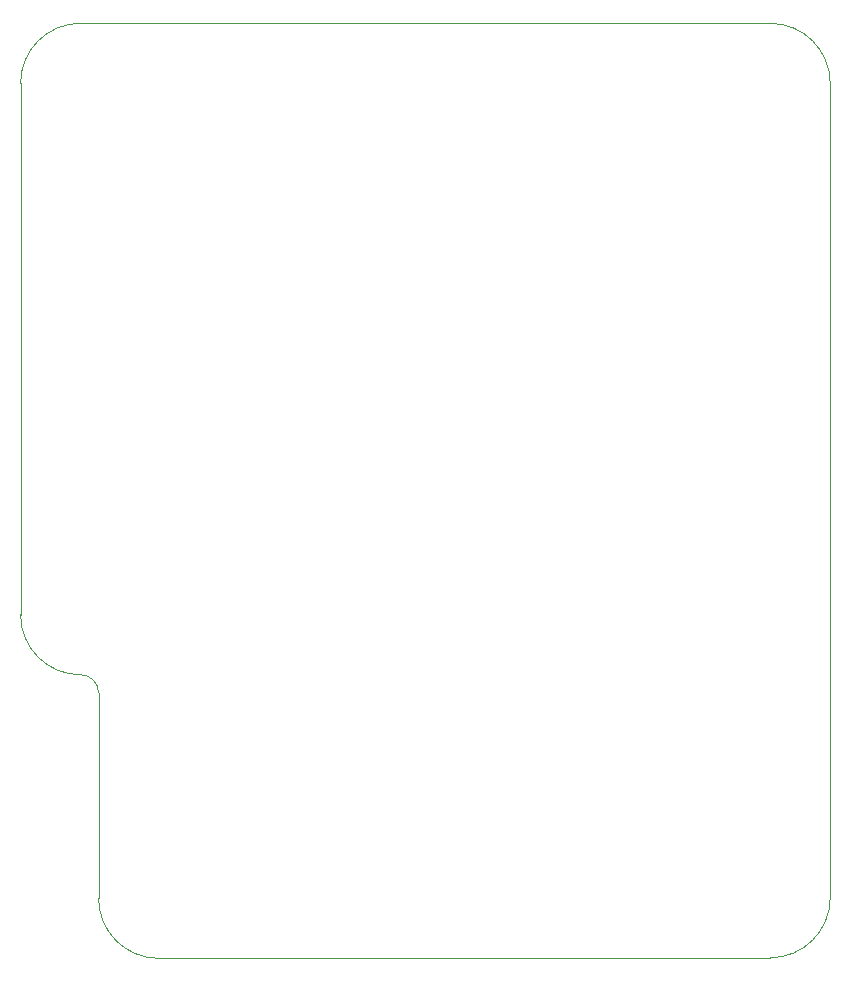
<source format=gbr>
G04 #@! TF.GenerationSoftware,KiCad,Pcbnew,(5.1.6)-1*
G04 #@! TF.CreationDate,2020-08-20T21:44:59-05:00*
G04 #@! TF.ProjectId,ControlBoardT4_28PinSound_Power,436f6e74-726f-46c4-926f-61726454345f,rev?*
G04 #@! TF.SameCoordinates,Original*
G04 #@! TF.FileFunction,Profile,NP*
%FSLAX46Y46*%
G04 Gerber Fmt 4.6, Leading zero omitted, Abs format (unit mm)*
G04 Created by KiCad (PCBNEW (5.1.6)-1) date 2020-08-20 21:44:59*
%MOMM*%
%LPD*%
G01*
G04 APERTURE LIST*
G04 #@! TA.AperFunction,Profile*
%ADD10C,0.050000*%
G04 #@! TD*
G04 APERTURE END LIST*
D10*
X176754000Y-142875500D02*
G75*
G02*
X171673500Y-147955000I-5080000J500D01*
G01*
X119888000Y-148000000D02*
X171674000Y-147955000D01*
X119888000Y-148000000D02*
G75*
G02*
X114808000Y-142920000I0J5080000D01*
G01*
X113284000Y-123994000D02*
G75*
G02*
X114808000Y-125518000I0J-1524000D01*
G01*
X114808000Y-125518000D02*
X114808000Y-142920000D01*
X176754000Y-142875000D02*
X176754000Y-73914000D01*
X108204000Y-73914000D02*
X108204000Y-118914000D01*
X113284000Y-123994000D02*
G75*
G02*
X108204000Y-118914000I0J5080000D01*
G01*
X113284000Y-68834000D02*
X118364000Y-68834000D01*
X171674000Y-68834000D02*
X118364000Y-68834000D01*
X108204000Y-73914000D02*
G75*
G02*
X113284000Y-68834000I5080000J0D01*
G01*
X171674000Y-68834000D02*
G75*
G02*
X176754000Y-73914000I0J-5080000D01*
G01*
M02*

</source>
